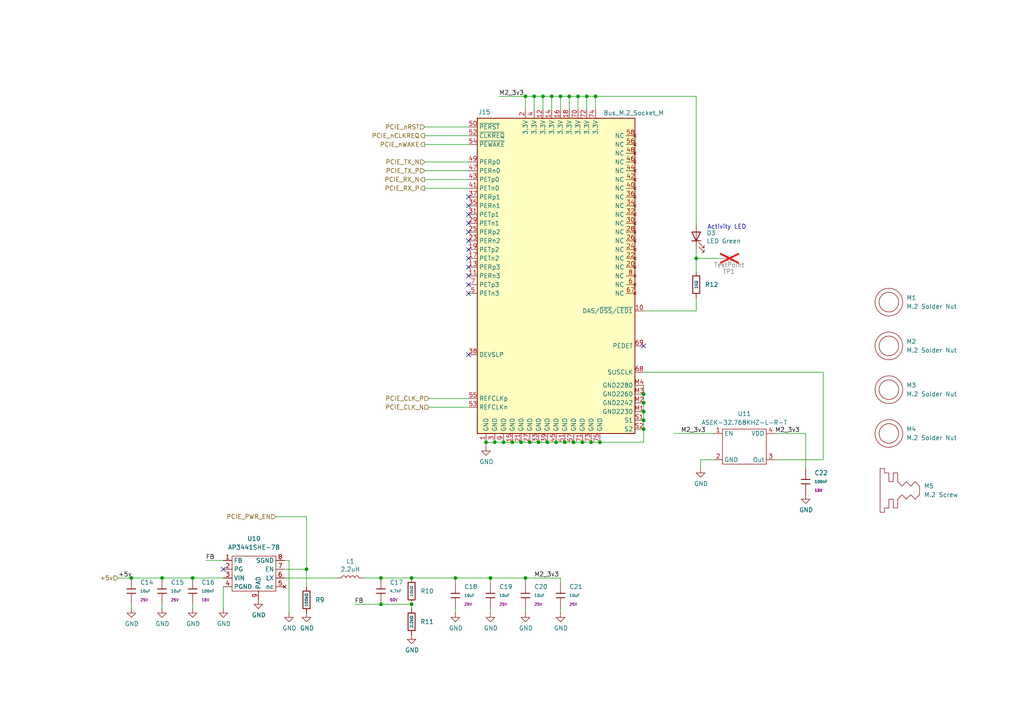
<source format=kicad_sch>
(kicad_sch (version 20250114) (generator "eeschema") (generator_version "9.0")
  (paper "A4")
  (title_block (title "PCIE Highspeed Data") (rev "1") (company "Maxwell Stoughton") (comment 1 "mstoughton.org"))
  (lib_symbols
    (symbol "CM5IO:AP3441SHE-7B"
      (property "Reference" "U" (at -6.35 10.16 0))
      (property "Value" "AP3441SHE-7B" (at 0 7.62 0))
      (symbol "AP3441SHE-7B_0_1"
        (rectangle (start -6.35 6.35) (end 6.35 -3.81))
      )
      (symbol "AP3441SHE-7B_1_1"
        (pin passive line (at -8.89 5.08 0) (length 2.54) (name "FB") (number "1"))
        (pin open_collector line (at -8.89 2.54 0) (length 2.54) (name "PG") (number "2"))
        (pin power_in line (at -8.89 0 0) (length 2.54) (name "VIN") (number "3"))
        (pin power_in line (at -8.89 -2.54 0) (length 2.54) (name "PGND") (number "4"))
        (pin input line (at 1.27 -6.35 90) (length 2.54) (name "PAD") (number "9"))
        (pin power_in line (at 8.89 5.08 180) (length 2.54) (name "SGND") (number "8"))
        (pin input line (at 8.89 2.54 180) (length 2.54) (name "EN") (number "7"))
        (pin power_out line (at 8.89 0 180) (length 2.54) (name "LX") (number "6"))
        (pin no_connect line (at 8.89 -2.54 180) (length 2.54) (name "nc") (number "5"))
      )
    )
    (symbol "CM5IO:ASEK-32.768KHZ-L-R-T"
      (property "Reference" "U11" (at 0 9.525 0))
      (property "Value" "ASEK-32.768KHZ-L-R-T" (at 0 6.985 0))
      (symbol "ASEK-32.768KHZ-L-R-T_0_1"
        (rectangle (start -6.35 5.08) (end 6.35 -5.08))
      )
      (symbol "ASEK-32.768KHZ-L-R-T_1_1"
        (pin input line (at -8.89 3.81 0) (length 2.54) (name "EN") (number "1"))
        (pin power_in line (at -8.89 -3.81 0) (length 2.54) (name "GND") (number "2"))
        (pin passive line (at 8.89 3.81 180) (length 2.54) (name "VDD") (number "4"))
        (pin output line (at 8.89 -3.81 180) (length 2.54) (name "Out") (number "3"))
      )
    )
    (symbol "CM5IO:Bus_M.2_Socket_M"
      (property "Reference" "J15" (at -22.606 47.498 0))
      (property "Value" "Bus_M.2_Socket_M" (at 13.716 47.244 0))
      (symbol "Bus_M.2_Socket_M_0_1"
        (rectangle (start -22.86 45.72) (end 22.86 -45.72) (stroke (width 0.254)) (fill (type background)))
      )
      (symbol "Bus_M.2_Socket_M_1_1"
        (pin input line (at -25.4 43.18 0) (length 2.54) (name "~{PERST}") (number "50"))
        (pin bidirectional line (at -25.4 40.64 0) (length 2.54) (name "~{CLKREQ}") (number "52"))
        (pin bidirectional line (at -25.4 38.1 0) (length 2.54) (name "~{PEWAKE}") (number "54"))
        (pin input line (at -25.4 33.02 0) (length 2.54) (name "PERp0") (number "49"))
        (pin input line (at -25.4 30.48 0) (length 2.54) (name "PERn0") (number "47"))
        (pin output line (at -25.4 27.94 0) (length 2.54) (name "PETp0") (number "43"))
        (pin output line (at -25.4 25.4 0) (length 2.54) (name "PETn0") (number "41"))
        (pin input line (at -25.4 22.86 0) (length 2.54) (name "PERp1") (number "37"))
        (pin input line (at -25.4 20.32 0) (length 2.54) (name "PERn1") (number "35"))
        (pin output line (at -25.4 17.78 0) (length 2.54) (name "PETp1") (number "31"))
        (pin output line (at -25.4 15.24 0) (length 2.54) (name "PETn1") (number "29"))
        (pin input line (at -25.4 12.7 0) (length 2.54) (name "PERp2") (number "25"))
        (pin input line (at -25.4 10.16 0) (length 2.54) (name "PERn2") (number "23"))
        (pin output line (at -25.4 7.62 0) (length 2.54) (name "PETp2") (number "19"))
        (pin output line (at -25.4 5.08 0) (length 2.54) (name "PETn2") (number "17"))
        (pin input line (at -25.4 2.54 0) (length 2.54) (name "PERp3") (number "13"))
        (pin input line (at -25.4 0 0) (length 2.54) (name "PERn3") (number "11"))
        (pin output line (at -25.4 -2.54 0) (length 2.54) (name "PETp3") (number "7"))
        (pin output line (at -25.4 -5.08 0) (length 2.54) (name "PETn3") (number "5"))
        (pin input line (at -25.4 -22.86 0) (length 2.54) (name "DEVSLP") (number "38"))
        (pin input line (at -25.4 -35.56 0) (length 2.54) (name "REFCLKp") (number "55"))
        (pin input line (at -25.4 -38.1 0) (length 2.54) (name "REFCLKn") (number "53"))
        (pin power_in line (at -20.32 -48.26 90) (length 2.54) (name "GND") (number "1"))
        (pin power_in line (at -17.78 -48.26 90) (length 2.54) (name "GND") (number "3"))
        (pin power_in line (at -15.24 -48.26 90) (length 2.54) (name "GND") (number "9"))
        (pin power_in line (at -12.7 -48.26 90) (length 2.54) (name "GND") (number "15"))
        (pin power_in line (at -10.16 -48.26 90) (length 2.54) (name "GND") (number "21"))
        (pin passive line (at -8.89 48.26 270) (length 2.54) (name "3.3V") (number "2"))
        (pin power_in line (at -7.62 -48.26 90) (length 2.54) (name "GND") (number "27"))
        (pin passive line (at -6.35 48.26 270) (length 2.54) (name "3.3V") (number "4"))
        (pin power_in line (at -5.08 -48.26 90) (length 2.54) (name "GND") (number "33"))
        (pin passive line (at -3.81 48.26 270) (length 2.54) (name "3.3V") (number "12"))
        (pin power_in line (at -2.54 -48.26 90) (length 2.54) (name "GND") (number "39"))
        (pin passive line (at -1.27 48.26 270) (length 2.54) (name "3.3V") (number "14"))
        (pin power_in line (at 0 -48.26 90) (length 2.54) (name "GND") (number "45"))
        (pin passive line (at 1.27 48.26 270) (length 2.54) (name "3.3V") (number "16"))
        (pin power_in line (at 2.54 -48.26 90) (length 2.54) (name "GND") (number "51"))
        (pin passive line (at 3.81 48.26 270) (length 2.54) (name "3.3V") (number "18"))
        (pin power_in line (at 5.08 -48.26 90) (length 2.54) (name "GND") (number "57"))
        (pin passive line (at 6.35 48.26 270) (length 2.54) (name "3.3V") (number "70"))
        (pin power_in line (at 7.62 -48.26 90) (length 2.54) (name "GND") (number "71"))
        (pin passive line (at 8.89 48.26 270) (length 2.54) (name "3.3V") (number "72"))
        (pin power_in line (at 10.16 -48.26 90) (length 2.54) (name "GND") (number "73"))
        (pin passive line (at 11.43 48.26 270) (length 2.54) (name "3.3V") (number "74"))
        (pin power_in line (at 12.7 -48.26 90) (length 2.54) (name "GND") (number "75"))
        (pin no_connect line (at 22.86 40.64 180) (length 2.54) (name "NC") (number "58"))
        (pin no_connect line (at 22.86 38.1 180) (length 2.54) (name "NC") (number "56"))
        (pin no_connect line (at 22.86 35.56 180) (length 2.54) (name "NC") (number "48"))
        (pin no_connect line (at 22.86 33.02 180) (length 2.54) (name "NC") (number "46"))
        (pin no_connect line (at 22.86 30.48 180) (length 2.54) (name "NC") (number "44"))
        (pin no_connect line (at 22.86 27.94 180) (length 2.54) (name "NC") (number "42"))
        (pin no_connect line (at 22.86 25.4 180) (length 2.54) (name "NC") (number "40"))
        (pin no_connect line (at 22.86 22.86 180) (length 2.54) (name "NC") (number "36"))
        (pin no_connect line (at 22.86 20.32 180) (length 2.54) (name "NC") (number "34"))
        (pin no_connect line (at 22.86 17.78 180) (length 2.54) (name "NC") (number "32"))
        (pin no_connect line (at 22.86 15.24 180) (length 2.54) (name "NC") (number "30"))
        (pin no_connect line (at 22.86 12.7 180) (length 2.54) (name "NC") (number "28"))
        (pin no_connect line (at 22.86 10.16 180) (length 2.54) (name "NC") (number "26"))
        (pin no_connect line (at 22.86 7.62 180) (length 2.54) (name "NC") (number "24"))
        (pin no_connect line (at 22.86 5.08 180) (length 2.54) (name "NC") (number "22"))
        (pin no_connect line (at 22.86 2.54 180) (length 2.54) (name "NC") (number "20"))
        (pin no_connect line (at 22.86 0 180) (length 2.54) (name "NC") (number "8"))
        (pin no_connect line (at 22.86 -2.54 180) (length 2.54) (name "NC") (number "6"))
        (pin no_connect line (at 22.86 -5.08 180) (length 2.54) (name "NC") (number "67"))
        (pin bidirectional line (at 25.4 -10.16 180) (length 2.54) (name "DAS/~{DSS}/~{LED1}") (number "10"))
        (pin passive line (at 25.4 -20.32 180) (length 2.54) (name "PEDET") (number "69"))
        (pin input line (at 25.4 -27.94 180) (length 2.54) (name "SUSCLK") (number "68"))
        (pin passive line (at 25.4 -31.75 180) (length 2.54) (name "GND2280") (number "M4"))
        (pin passive line (at 25.4 -34.29 180) (length 2.54) (name "GND2260") (number "M3"))
        (pin passive line (at 25.4 -36.83 180) (length 2.54) (name "GND2242") (number "M2"))
        (pin passive line (at 25.4 -39.37 180) (length 2.54) (name "GND2230") (number "M1"))
        (pin passive line (at 25.4 -41.91 180) (length 2.54) (name "S1") (number "S1"))
        (pin passive line (at 25.4 -44.45 180) (length 2.54) (name "S2") (number "S2"))
      )
    )
    (symbol "CM5IO:M.2_Screw" (pin_numbers (hide yes)) (pin_names (offset 0) (hide yes)) (on_board no)
      (property "Reference" "M" (at -0.254 -6.35 0))
      (property "Value" "M.2 Screw" (at 0.254 -8.636 0))
      (symbol "M.2_Screw_0_1"
        (polyline (pts (xy -5.08 0) (xy -5.08 -6.35) (xy -3.81 -6.35) (xy -3.81 -5.08) (xy -2.54 -5.08) (xy -2.54 -2.54) (xy -1.27 -2.54) (xy -1.27 -5.08) (xy 0 -5.08) (xy 0 -2.54) (xy 1.27 -1.27) (xy 2.54 -2.54) (xy 3.81 -1.27) (xy 5.08 -2.54) (xy 6.35 -1.27) (xy 6.35 1.27) (xy 5.08 2.54) (xy 3.81 1.27) (xy 2.54 2.54) (xy 1.27 1.27) (xy 0 2.54) (xy 0 5.08) (xy -1.27 5.08) (xy -1.27 2.54) (xy -2.54 2.54) (xy -2.54 5.08) (xy -3.81 5.08) (xy -3.81 6.35) (xy -5.08 6.35) (xy -5.08 0)))
      )
    )
    (symbol "CM5IO:SolderNut" (pin_numbers (hide yes)) (pin_names (offset 0) (hide yes)) (exclude_from_sim yes) (on_board no)
      (property "Reference" "M" (at -6.35 -3.556 0))
      (property "Value" "M.2 Solder Nut" (at 0.254 -5.842 0))
      (symbol "SolderNut_0_1"
        (circle (center 0 0) (radius 2.8398))
        (circle (center 0 0) (radius 4.0161))
      )
    )
    (symbol "Connector:TestPoint" (pin_numbers (hide yes)) (pin_names (offset 0.762) (hide yes))
      (property "Reference" "TP" (at 0 6.858 0))
      (property "Value" "TestPoint" (at 0 5.08 0))
      (symbol "TestPoint_0_1"
        (circle (center 0 3.302) (radius 0.762))
      )
      (symbol "TestPoint_1_1"
        (pin passive line (at 0 0 90) (length 2.54) (name "1") (number "1"))
      )
    )
    (symbol "Device:L" (pin_numbers (hide yes)) (pin_names (offset 1.016) (hide yes))
      (property "Reference" "L" (at -1.27 0 90))
      (property "Value" "L" (at 1.905 0 90))
      (symbol "L_0_1"
        (arc (start 0 2.54) (mid 0.6323 1.905) (end 0 1.27))
        (arc (start 0 1.27) (mid 0.6323 0.635) (end 0 0))
        (arc (start 0 0) (mid 0.6323 -0.635) (end 0 -1.27))
        (arc (start 0 -1.27) (mid 0.6323 -1.905) (end 0 -2.54))
      )
      (symbol "L_1_1"
        (pin passive line (at 0 3.81 270) (length 1.27) (name "1") (number "1"))
        (pin passive line (at 0 -3.81 90) (length 1.27) (name "2") (number "2"))
      )
    )
    (symbol "Device:LED" (pin_numbers (hide yes)) (pin_names (offset 1.016) (hide yes))
      (property "Reference" "D" (at 0 2.54 0))
      (property "Value" "LED" (at 0 -2.54 0))
      (symbol "LED_0_1"
        (polyline (pts (xy -3.048 -0.762) (xy -4.572 -2.286) (xy -3.81 -2.286) (xy -4.572 -2.286) (xy -4.572 -1.524)))
        (polyline (pts (xy -1.778 -0.762) (xy -3.302 -2.286) (xy -2.54 -2.286) (xy -3.302 -2.286) (xy -3.302 -1.524)))
        (polyline (pts (xy -1.27 0) (xy 1.27 0)))
        (polyline (pts (xy -1.27 -1.27) (xy -1.27 1.27)) (stroke (width 0.254)))
        (polyline (pts (xy 1.27 -1.27) (xy 1.27 1.27) (xy -1.27 0) (xy 1.27 -1.27)) (stroke (width 0.254)))
      )
      (symbol "LED_1_1"
        (pin passive line (at -3.81 0 0) (length 2.54) (name "K") (number "1"))
        (pin passive line (at 3.81 0 180) (length 2.54) (name "A") (number "2"))
      )
    )
    (symbol "PCM_JLCPCB-Capacitors:0402,100nF" (pin_numbers (hide yes)) (pin_names (offset 0))
      (property "Reference" "C" (at 2.032 1.668 0))
      (property "Value" "100nF" (at 2.032 -0.3782 0))
      (property "Voltage Rated" "16V" (at 2.032 -2.0462 0))
      (symbol "0402,100nF_0_1"
        (polyline (pts (xy -1.27 0.635) (xy 1.27 0.635)) (stroke (width 0.254)))
        (polyline (pts (xy -1.27 -0.635) (xy 1.27 -0.635)) (stroke (width 0.254)))
      )
      (symbol "0402,100nF_1_1"
        (pin passive line (at 0 3.81 270) (length 3.175) (name "~") (number "1"))
        (pin passive line (at 0 -3.81 90) (length 3.175) (name "~") (number "2"))
      )
    )
    (symbol "PCM_JLCPCB-Capacitors:0402,4.7nF" (pin_numbers (hide yes)) (pin_names (offset 0))
      (property "Reference" "C" (at 2.032 1.668 0))
      (property "Value" "4.7nF" (at 2.032 -0.3782 0))
      (property "Voltage Rated" "50V" (at 2.032 -2.0462 0))
      (symbol "0402,4.7nF_0_1"
        (polyline (pts (xy -1.27 0.635) (xy 1.27 0.635)) (stroke (width 0.254)))
        (polyline (pts (xy -1.27 -0.635) (xy 1.27 -0.635)) (stroke (width 0.254)))
      )
      (symbol "0402,4.7nF_1_1"
        (pin passive line (at 0 3.81 270) (length 3.175) (name "~") (number "1"))
        (pin passive line (at 0 -3.81 90) (length 3.175) (name "~") (number "2"))
      )
    )
    (symbol "PCM_JLCPCB-Capacitors:0805,10uF" (pin_numbers (hide yes)) (pin_names (offset 0))
      (property "Reference" "C" (at 2.032 1.668 0))
      (property "Value" "10uF" (at 2.032 -0.3782 0))
      (property "Voltage Rated" "25V" (at 2.032 -2.0462 0))
      (symbol "0805,10uF_0_1"
        (polyline (pts (xy -1.27 0.635) (xy 1.27 0.635)) (stroke (width 0.254)))
        (polyline (pts (xy -1.27 -0.635) (xy 1.27 -0.635)) (stroke (width 0.254)))
      )
      (symbol "0805,10uF_1_1"
        (pin passive line (at 0 3.81 270) (length 3.175) (name "~") (number "1"))
        (pin passive line (at 0 -3.81 90) (length 3.175) (name "~") (number "2"))
      )
    )
    (symbol "PCM_JLCPCB-Resistors:0402,100kΩ" (pin_numbers (hide yes)) (pin_names (offset 0))
      (property "Reference" "R" (at 1.778 0 0))
      (property "Value" "100kΩ" (at 0 0 90))
      (symbol "0402,100kΩ_0_1"
        (rectangle (start -1.016 2.54) (end 1.016 -2.54) (stroke (width 0.254)))
      )
      (symbol "0402,100kΩ_1_1"
        (pin passive line (at 0 3.81 270) (length 1.27) (name "~") (number "1"))
        (pin passive line (at 0 -3.81 90) (length 1.27) (name "~") (number "2"))
      )
    )
    (symbol "PCM_JLCPCB-Resistors:0402,10kΩ" (pin_numbers (hide yes)) (pin_names (offset 0))
      (property "Reference" "R" (at 1.778 0 0))
      (property "Value" "10kΩ" (at 0 0 90))
      (symbol "0402,10kΩ_0_1"
        (rectangle (start -1.016 2.54) (end 1.016 -2.54) (stroke (width 0.254)))
      )
      (symbol "0402,10kΩ_1_1"
        (pin passive line (at 0 3.81 270) (length 1.27) (name "~") (number "1"))
        (pin passive line (at 0 -3.81 90) (length 1.27) (name "~") (number "2"))
      )
    )
    (symbol "PCM_JLCPCB-Resistors:0402,1kΩ" (pin_numbers (hide yes)) (pin_names (offset 0))
      (property "Reference" "R" (at 1.778 0 0))
      (property "Value" "1kΩ" (at 0 0 90))
      (symbol "0402,1kΩ_0_1"
        (rectangle (start -1.016 2.54) (end 1.016 -2.54) (stroke (width 0.254)))
      )
      (symbol "0402,1kΩ_1_1"
        (pin passive line (at 0 3.81 270) (length 1.27) (name "~") (number "1"))
        (pin passive line (at 0 -3.81 90) (length 1.27) (name "~") (number "2"))
      )
    )
    (symbol "PCM_JLCPCB-Resistors:0402,2.2kΩ" (pin_numbers (hide yes)) (pin_names (offset 0))
      (property "Reference" "R" (at 1.778 0 0))
      (property "Value" "2.2kΩ" (at 0 0 90))
      (symbol "0402,2.2kΩ_0_1"
        (rectangle (start -1.016 2.54) (end 1.016 -2.54) (stroke (width 0.254)))
      )
      (symbol "0402,2.2kΩ_1_1"
        (pin passive line (at 0 3.81 270) (length 1.27) (name "~") (number "1"))
        (pin passive line (at 0 -3.81 90) (length 1.27) (name "~") (number "2"))
      )
    )
    (symbol "power:GND" (power) (pin_numbers (hide yes)) (pin_names (offset 0) (hide yes))
      (property "Value" "GND" (at 0 -3.81 0))
      (symbol "GND_0_1"
        (polyline (pts (xy 0 0) (xy 0 -1.27) (xy 1.27 -1.27) (xy 0 -2.54) (xy -1.27 -1.27) (xy 0 -1.27)))
      )
      (symbol "GND_1_1"
        (pin power_in line (at 0 0 270) (length 0) (name "~") (number "1"))
      )
    )
  )
  (text "Activity LED" (at 205.105 66.675 0) (effects (font (size 1.27 1.27)) (justify left bottom)))
  (junction (at 156.21 128.27))
  (junction (at 170.18 27.94))
  (junction (at 110.49 175.26))
  (junction (at 143.51 128.27))
  (junction (at 171.45 128.27))
  (junction (at 165.1 27.94))
  (junction (at 158.75 128.27))
  (junction (at 153.67 128.27))
  (junction (at 173.99 128.27))
  (junction (at 55.88 167.64))
  (junction (at 132.08 167.64))
  (junction (at 88.9 165.1))
  (junction (at 154.94 27.94))
  (junction (at 142.24 167.64))
  (junction (at 186.69 121.92))
  (junction (at 186.69 116.84))
  (junction (at 38.1 167.64))
  (junction (at 119.38 175.26))
  (junction (at 166.37 128.27))
  (junction (at 146.05 128.27))
  (junction (at 152.4 27.94))
  (junction (at 46.99 167.64))
  (junction (at 163.83 128.27))
  (junction (at 148.59 128.27))
  (junction (at 119.38 167.64))
  (junction (at 167.64 27.94))
  (junction (at 161.29 128.27))
  (junction (at 186.69 124.46))
  (junction (at 186.69 114.3))
  (junction (at 140.97 128.27))
  (junction (at 160.02 27.94))
  (junction (at 162.56 27.94))
  (junction (at 186.69 119.38))
  (junction (at 110.49 167.64))
  (junction (at 201.93 74.93))
  (junction (at 152.4 167.64))
  (junction (at 172.72 27.94))
  (junction (at 151.13 128.27))
  (junction (at 168.91 128.27))
  (junction (at 157.48 27.94))
  (no_connect (at 64.77 165.1))
  (no_connect (at 135.89 80.01))
  (no_connect (at 135.89 85.09))
  (no_connect (at 135.89 72.39))
  (no_connect (at 135.89 82.55))
  (no_connect (at 135.89 57.15))
  (no_connect (at 135.89 102.87))
  (no_connect (at 135.89 77.47))
  (no_connect (at 186.69 100.33))
  (no_connect (at 135.89 67.31))
  (no_connect (at 135.89 62.23))
  (no_connect (at 135.89 74.93))
  (no_connect (at 135.89 69.85))
  (no_connect (at 135.89 64.77))
  (no_connect (at 135.89 59.69))
  (wire (pts (xy 186.69 124.46) (xy 186.69 128.27)))
  (wire (pts (xy 140.97 128.27) (xy 143.51 128.27)))
  (wire (pts (xy 167.64 27.94) (xy 170.18 27.94)))
  (wire (pts (xy 162.56 27.94) (xy 162.56 31.75)))
  (wire (pts (xy 195.58 125.73) (xy 207.01 125.73)))
  (wire (pts (xy 201.93 27.94) (xy 201.93 64.77)))
  (wire (pts (xy 105.41 167.64) (xy 110.49 167.64)))
  (wire (pts (xy 152.4 27.94) (xy 154.94 27.94)))
  (wire (pts (xy 173.99 128.27) (xy 171.45 128.27)))
  (wire (pts (xy 123.19 52.07) (xy 135.89 52.07)))
  (wire (pts (xy 142.24 167.64) (xy 152.4 167.64)))
  (wire (pts (xy 88.9 165.1) (xy 88.9 170.18)))
  (wire (pts (xy 152.4 167.64) (xy 162.56 167.64)))
  (wire (pts (xy 124.46 115.57) (xy 135.89 115.57)))
  (wire (pts (xy 59.69 162.56) (xy 64.77 162.56)))
  (wire (pts (xy 135.89 46.99) (xy 123.19 46.99)))
  (wire (pts (xy 156.21 128.27) (xy 153.67 128.27)))
  (wire (pts (xy 55.88 175.26) (xy 55.88 176.53)))
  (wire (pts (xy 154.94 27.94) (xy 157.48 27.94)))
  (wire (pts (xy 186.69 119.38) (xy 186.69 121.92)))
  (wire (pts (xy 186.69 121.92) (xy 186.69 124.46)))
  (wire (pts (xy 165.1 27.94) (xy 165.1 31.75)))
  (wire (pts (xy 123.19 54.61) (xy 135.89 54.61)))
  (wire (pts (xy 171.45 128.27) (xy 168.91 128.27)))
  (wire (pts (xy 123.19 49.53) (xy 135.89 49.53)))
  (wire (pts (xy 34.29 167.64) (xy 38.1 167.64)))
  (wire (pts (xy 201.93 90.17) (xy 201.93 86.36)))
  (wire (pts (xy 172.72 27.94) (xy 201.93 27.94)))
  (wire (pts (xy 82.55 165.1) (xy 88.9 165.1)))
  (wire (pts (xy 132.08 167.64) (xy 142.24 167.64)))
  (wire (pts (xy 186.69 116.84) (xy 186.69 119.38)))
  (wire (pts (xy 55.88 167.64) (xy 64.77 167.64)))
  (wire (pts (xy 167.64 27.94) (xy 167.64 31.75)))
  (wire (pts (xy 186.69 114.3) (xy 186.69 116.84)))
  (wire (pts (xy 152.4 167.64) (xy 152.4 168.91)))
  (wire (pts (xy 186.69 128.27) (xy 173.99 128.27)))
  (wire (pts (xy 168.91 128.27) (xy 166.37 128.27)))
  (wire (pts (xy 110.49 167.64) (xy 119.38 167.64)))
  (wire (pts (xy 152.4 176.53) (xy 152.4 177.8)))
  (wire (pts (xy 158.75 128.27) (xy 161.29 128.27)))
  (wire (pts (xy 166.37 128.27) (xy 163.83 128.27)))
  (wire (pts (xy 170.18 27.94) (xy 172.72 27.94)))
  (wire (pts (xy 82.55 167.64) (xy 97.79 167.64)))
  (wire (pts (xy 201.93 74.93) (xy 208.28 74.93)))
  (wire (pts (xy 238.76 133.35) (xy 224.79 133.35)))
  (wire (pts (xy 157.48 27.94) (xy 160.02 27.94)))
  (wire (pts (xy 203.2 135.89) (xy 203.2 133.35)))
  (wire (pts (xy 157.48 27.94) (xy 157.48 31.75)))
  (wire (pts (xy 186.69 111.76) (xy 186.69 114.3)))
  (wire (pts (xy 152.4 27.94) (xy 152.4 31.75)))
  (wire (pts (xy 38.1 167.64) (xy 46.99 167.64)))
  (wire (pts (xy 46.99 167.64) (xy 55.88 167.64)))
  (wire (pts (xy 119.38 167.64) (xy 132.08 167.64)))
  (wire (pts (xy 88.9 149.86) (xy 88.9 165.1)))
  (wire (pts (xy 172.72 27.94) (xy 172.72 31.75)))
  (wire (pts (xy 124.46 118.11) (xy 135.89 118.11)))
  (wire (pts (xy 102.87 175.26) (xy 110.49 175.26)))
  (wire (pts (xy 123.19 39.37) (xy 135.89 39.37)))
  (wire (pts (xy 38.1 175.26) (xy 38.1 176.53)))
  (wire (pts (xy 123.19 41.91) (xy 135.89 41.91)))
  (wire (pts (xy 132.08 168.91) (xy 132.08 167.64)))
  (wire (pts (xy 146.05 128.27) (xy 143.51 128.27)))
  (wire (pts (xy 110.49 175.26) (xy 119.38 175.26)))
  (wire (pts (xy 82.55 162.56) (xy 83.82 162.56)))
  (wire (pts (xy 140.97 128.27) (xy 140.97 129.54)))
  (wire (pts (xy 148.59 128.27) (xy 151.13 128.27)))
  (wire (pts (xy 186.69 90.17) (xy 201.93 90.17)))
  (wire (pts (xy 144.78 27.94) (xy 152.4 27.94)))
  (wire (pts (xy 162.56 27.94) (xy 165.1 27.94)))
  (wire (pts (xy 186.69 107.95) (xy 238.76 107.95)))
  (wire (pts (xy 233.68 125.73) (xy 224.79 125.73)))
  (wire (pts (xy 142.24 167.64) (xy 142.24 168.91)))
  (wire (pts (xy 163.83 128.27) (xy 161.29 128.27)))
  (wire (pts (xy 80.01 149.86) (xy 88.9 149.86)))
  (wire (pts (xy 46.99 175.26) (xy 46.99 176.53)))
  (wire (pts (xy 151.13 128.27) (xy 153.67 128.27)))
  (wire (pts (xy 156.21 128.27) (xy 158.75 128.27)))
  (wire (pts (xy 132.08 177.8) (xy 132.08 176.53)))
  (wire (pts (xy 201.93 74.93) (xy 201.93 78.74)))
  (wire (pts (xy 160.02 27.94) (xy 160.02 31.75)))
  (wire (pts (xy 201.93 74.93) (xy 201.93 72.39)))
  (wire (pts (xy 162.56 176.53) (xy 162.56 177.8)))
  (wire (pts (xy 203.2 133.35) (xy 207.01 133.35)))
  (wire (pts (xy 233.68 135.89) (xy 233.68 125.73)))
  (wire (pts (xy 64.77 176.53) (xy 64.77 170.18)))
  (wire (pts (xy 162.56 167.64) (xy 162.56 168.91)))
  (wire (pts (xy 154.94 27.94) (xy 154.94 31.75)))
  (wire (pts (xy 142.24 176.53) (xy 142.24 177.8)))
  (wire (pts (xy 165.1 27.94) (xy 167.64 27.94)))
  (wire (pts (xy 119.38 176.53) (xy 119.38 175.26)))
  (wire (pts (xy 146.05 128.27) (xy 148.59 128.27)))
  (wire (pts (xy 123.19 36.83) (xy 135.89 36.83)))
  (wire (pts (xy 160.02 27.94) (xy 162.56 27.94)))
  (wire (pts (xy 170.18 27.94) (xy 170.18 31.75)))
  (wire (pts (xy 238.76 107.95) (xy 238.76 133.35)))
  (wire (pts (xy 83.82 162.56) (xy 83.82 177.8)))
  (label "M2_3v3" (at 154.94 167.64 0))
  (label "+5v" (at 34.29 167.64 0))
  (label "FB" (at 59.69 162.56 0))
  (label "M2_3v3" (at 224.79 125.73 0))
  (label "M2_3v3" (at 197.485 125.73 0))
  (label "M2_3v3" (at 144.78 27.94 0))
  (label "FB" (at 102.87 175.26 0))
  (hierarchical_label "PCIE_RX_N" (shape output) (at 123.19 52.07 180))
  (hierarchical_label "PCIE_CLK_N" (shape input) (at 124.46 118.11 180))
  (hierarchical_label "PCIE_TX_P" (shape input) (at 123.19 49.53 180))
  (hierarchical_label "PCIE_nCLKREQ" (shape output) (at 123.19 39.37 180))
  (hierarchical_label "PCIE_RX_P" (shape output) (at 123.19 54.61 180))
  (hierarchical_label "PCIE_PWR_EN" (shape input) (at 80.01 149.86 180))
  (hierarchical_label "PCIE_nWAKE" (shape output) (at 123.19 41.91 180))
  (hierarchical_label "PCIE_TX_N" (shape input) (at 123.19 46.99 180))
  (hierarchical_label "PCIE_nRST" (shape input) (at 123.19 36.83 180))
  (hierarchical_label "+5v" (shape input) (at 34.29 167.64 180))
  (hierarchical_label "PCIE_CLK_P" (shape input) (at 124.46 115.57 180))
  (symbol (lib_id "Device:LED") (at 201.93 68.58 90) (unit 1)
    (property "Reference" "D3" (at 204.9018 67.5894 90) (effects (justify right)))
    (property "Value" "LED Green" (at 204.9018 69.9008 90) (effects (justify right)))
    (property "Footprint" "LED_SMD:LED_0603_1608Metric" (effects (hide yes)))
    (property "Datasheet" "http://optoelectronics.liteon.com/upload/download/DS22-2000-226/LTST-S270KGKT.pdf" (effects (hide yes)))
    (property "Field4" "Digikey " (effects (hide yes)))
    (property "Field5" "LTST-S270KGKT" (effects (hide yes)))
    (property "Field6" "SML-A12M8TT86N" (effects (hide yes)))
    (property "Field7" "Rohm" (effects (hide yes)))
    (property "Field8" "650263301" (effects (hide yes)))
    (property "Part Description" "	Green 572nm LED Indication - Discrete 2.2V 2-SMD, No Lead" (effects (hide yes)))
  )
  (symbol (lib_id "PCM_JLCPCB-Resistors:0402,2.2kΩ") (at 119.38 180.34 0) (unit 1)
    (property "Reference" "R11" (at 121.92 180.3399 0) (effects (justify left)))
    (property "Value" "2.2kΩ" (at 119.38 180.34 90) (effects (font (size 0.8 0.8))))
    (property "Footprint" "PCM_JLCPCB:R_0402" (effects (hide yes)))
    (property "Datasheet" "https://www.lcsc.com/datasheet/lcsc_datasheet_2206010045_UNI-ROYAL-Uniroyal-Elec-0402WGF2201TCE_C25879.pdf" (effects (hide yes)))
    (property "Description" "62.5mW Thick Film Resistors 50V ±100ppm/°C ±1% 2.2kΩ 0402 Chip Resistor - Surface Mount ROHS" (effects (hide yes)))
    (property "LCSC" "C25879" (effects (hide yes)))
    (property "Stock" "2811503" (effects (hide yes)))
    (property "Price" "0.004USD" (effects (hide yes)))
    (property "Process" "SMT" (effects (hide yes)))
    (property "Minimum Qty" "20" (effects (hide yes)))
    (property "Attrition Qty" "10" (effects (hide yes)))
    (property "Class" "Basic Component" (effects (hide yes)))
    (property "Category" "Resistors,Chip Resistor - Surface Mount" (effects (hide yes)))
    (property "Manufacturer" "UNI-ROYAL(Uniroyal Elec)" (effects (hide yes)))
    (property "Part" "0402WGF2201TCE" (effects (hide yes)))
    (property "Resistance" "2.2kΩ" (effects (hide yes)))
    (property "Power(Watts)" "62.5mW" (effects (hide yes)))
    (property "Type" "Thick Film Resistors" (effects (hide yes)))
    (property "Overload Voltage (Max)" "50V" (effects (hide yes)))
    (property "Operating Temperature Range" "-55°C~+155°C" (effects (hide yes)))
    (property "Tolerance" "±1%" (effects (hide yes)))
    (property "Temperature Coefficient" "±100ppm/°C" (effects (hide yes)))
  )
  (symbol (lib_id "power:GND") (at 152.4 177.8 0) (unit 1)
    (property "Reference" "#PWR052" (effects (hide yes)))
    (property "Value" "GND" (at 152.527 182.1942 0))
    (property "Description" "Power symbol creates a global label with name \"GND\" , ground" (effects (hide yes)))
  )
  (symbol (lib_id "PCM_JLCPCB-Resistors:0402,1kΩ") (at 201.93 82.55 0) (unit 1)
    (property "Reference" "R12" (at 204.47 82.5499 0) (effects (justify left)))
    (property "Value" "1kΩ" (at 201.93 82.55 90) (effects (font (size 0.8 0.8))))
    (property "Footprint" "PCM_JLCPCB:R_0402" (effects (hide yes)))
    (property "Datasheet" "https://www.lcsc.com/datasheet/lcsc_datasheet_2206010216_UNI-ROYAL-Uniroyal-Elec-0402WGF1001TCE_C11702.pdf" (effects (hide yes)))
    (property "Description" "62.5mW Thick Film Resistors 50V ±100ppm/°C ±1% 1kΩ 0402 Chip Resistor - Surface Mount ROHS" (effects (hide yes)))
    (property "LCSC" "C11702" (effects (hide yes)))
    (property "Stock" "13195325" (effects (hide yes)))
    (property "Price" "0.004USD" (effects (hide yes)))
    (property "Process" "SMT" (effects (hide yes)))
    (property "Minimum Qty" "20" (effects (hide yes)))
    (property "Attrition Qty" "10" (effects (hide yes)))
    (property "Class" "Basic Component" (effects (hide yes)))
    (property "Category" "Resistors,Chip Resistor - Surface Mount" (effects (hide yes)))
    (property "Manufacturer" "UNI-ROYAL(Uniroyal Elec)" (effects (hide yes)))
    (property "Part" "0402WGF1001TCE" (effects (hide yes)))
    (property "Resistance" "1kΩ" (effects (hide yes)))
    (property "Power(Watts)" "62.5mW" (effects (hide yes)))
    (property "Type" "Thick Film Resistors" (effects (hide yes)))
    (property "Overload Voltage (Max)" "50V" (effects (hide yes)))
    (property "Operating Temperature Range" "-55°C~+155°C" (effects (hide yes)))
    (property "Tolerance" "±1%" (effects (hide yes)))
    (property "Temperature Coefficient" "±100ppm/°C" (effects (hide yes)))
  )
  (symbol (lib_id "Connector:TestPoint") (at 208.28 74.93 270) (unit 1) (in_bom no) (dnp yes)
    (property "Reference" "TP1" (at 209.55 78.74 90) (effects (justify left)))
    (property "Value" "TestPoint" (at 207.01 76.835 90) (effects (justify left)))
    (property "Footprint" "TestPoint:TestPoint_Pad_2.0x2.0mm" (effects (hide yes)))
    (property "Field4" "nf" (effects (hide yes)))
    (property "Field5" "nf" (effects (hide yes)))
    (property "Field6" "nf" (effects (hide yes)))
    (property "Field7" "nf" (effects (hide yes)))
    (property "Part Description" "Test point" (effects (hide yes)))
  )
  (symbol (lib_id "PCM_JLCPCB-Capacitors:0805,10uF") (at 132.08 172.72 0) (unit 1)
    (property "Reference" "C18" (at 134.62 170.1799 0) (effects (justify left)))
    (property "Value" "10uF" (at 134.62 172.72 0) (effects (font (size 0.8 0.8)) (justify left)))
    (property "Footprint" "PCM_JLCPCB:C_0805" (effects (hide yes)))
    (property "Datasheet" "https://www.lcsc.com/datasheet/lcsc_datasheet_2304140030_Samsung-Electro-Mechanics-CL21A106KAYNNNE_C15850.pdf" (effects (hide yes)))
    (property "Description" "25V 10uF X5R ±10% 0805 Multilayer Ceramic Capacitors MLCC - SMD/SMT ROHS" (effects (hide yes)))
    (property "LCSC" "C15850" (effects (hide yes)))
    (property "Stock" "6572470" (effects (hide yes)))
    (property "Price" "0.013USD" (effects (hide yes)))
    (property "Process" "SMT" (effects (hide yes)))
    (property "Minimum Qty" "20" (effects (hide yes)))
    (property "Attrition Qty" "10" (effects (hide yes)))
    (property "Class" "Basic Component" (effects (hide yes)))
    (property "Category" "Capacitors,Multilayer Ceramic Capacitors MLCC - SMD/SMT" (effects (hide yes)))
    (property "Manufacturer" "Samsung Electro-Mechanics" (effects (hide yes)))
    (property "Part" "CL21A106KAYNNNE" (effects (hide yes)))
    (property "Voltage Rated" "25V" (at 134.62 175.26 0) (effects (font (size 0.8 0.8)) (justify left)))
    (property "Tolerance" "±10%" (effects (hide yes)))
    (property "Capacitance" "10uF" (effects (hide yes)))
    (property "Temperature Coefficient" "X5R" (effects (hide yes)))
  )
  (symbol (lib_id "PCM_JLCPCB-Capacitors:0805,10uF") (at 162.56 172.72 0) (unit 1)
    (property "Reference" "C21" (at 165.1 170.1799 0) (effects (justify left)))
    (property "Value" "10uF" (at 165.1 172.72 0) (effects (font (size 0.8 0.8)) (justify left)))
    (property "Footprint" "PCM_JLCPCB:C_0805" (effects (hide yes)))
    (property "Datasheet" "https://www.lcsc.com/datasheet/lcsc_datasheet_2304140030_Samsung-Electro-Mechanics-CL21A106KAYNNNE_C15850.pdf" (effects (hide yes)))
    (property "Description" "25V 10uF X5R ±10% 0805 Multilayer Ceramic Capacitors MLCC - SMD/SMT ROHS" (effects (hide yes)))
    (property "LCSC" "C15850" (effects (hide yes)))
    (property "Stock" "6572470" (effects (hide yes)))
    (property "Price" "0.013USD" (effects (hide yes)))
    (property "Process" "SMT" (effects (hide yes)))
    (property "Minimum Qty" "20" (effects (hide yes)))
    (property "Attrition Qty" "10" (effects (hide yes)))
    (property "Class" "Basic Component" (effects (hide yes)))
    (property "Category" "Capacitors,Multilayer Ceramic Capacitors MLCC - SMD/SMT" (effects (hide yes)))
    (property "Manufacturer" "Samsung Electro-Mechanics" (effects (hide yes)))
    (property "Part" "CL21A106KAYNNNE" (effects (hide yes)))
    (property "Voltage Rated" "25V" (at 165.1 175.26 0) (effects (font (size 0.8 0.8)) (justify left)))
    (property "Tolerance" "±10%" (effects (hide yes)))
    (property "Capacitance" "10uF" (effects (hide yes)))
    (property "Temperature Coefficient" "X5R" (effects (hide yes)))
  )
  (symbol (lib_id "power:GND") (at 46.99 176.53 0) (unit 1)
    (property "Reference" "#PWR042" (effects (hide yes)))
    (property "Value" "GND" (at 47.117 180.9242 0))
    (property "Description" "Power symbol creates a global label with name \"GND\" , ground" (effects (hide yes)))
  )
  (symbol (lib_id "PCM_JLCPCB-Capacitors:0805,10uF") (at 152.4 172.72 0) (unit 1)
    (property "Reference" "C20" (at 154.94 170.1799 0) (effects (justify left)))
    (property "Value" "10uF" (at 154.94 172.72 0) (effects (font (size 0.8 0.8)) (justify left)))
    (property "Footprint" "PCM_JLCPCB:C_0805" (effects (hide yes)))
    (property "Datasheet" "https://www.lcsc.com/datasheet/lcsc_datasheet_2304140030_Samsung-Electro-Mechanics-CL21A106KAYNNNE_C15850.pdf" (effects (hide yes)))
    (property "Description" "25V 10uF X5R ±10% 0805 Multilayer Ceramic Capacitors MLCC - SMD/SMT ROHS" (effects (hide yes)))
    (property "LCSC" "C15850" (effects (hide yes)))
    (property "Stock" "6572470" (effects (hide yes)))
    (property "Price" "0.013USD" (effects (hide yes)))
    (property "Process" "SMT" (effects (hide yes)))
    (property "Minimum Qty" "20" (effects (hide yes)))
    (property "Attrition Qty" "10" (effects (hide yes)))
    (property "Class" "Basic Component" (effects (hide yes)))
    (property "Category" "Capacitors,Multilayer Ceramic Capacitors MLCC - SMD/SMT" (effects (hide yes)))
    (property "Manufacturer" "Samsung Electro-Mechanics" (effects (hide yes)))
    (property "Part" "CL21A106KAYNNNE" (effects (hide yes)))
    (property "Voltage Rated" "25V" (at 154.94 175.26 0) (effects (font (size 0.8 0.8)) (justify left)))
    (property "Tolerance" "±10%" (effects (hide yes)))
    (property "Capacitance" "10uF" (effects (hide yes)))
    (property "Temperature Coefficient" "X5R" (effects (hide yes)))
  )
  (symbol (lib_id "power:GND") (at 140.97 129.54 0) (unit 1)
    (property "Reference" "#PWR050" (effects (hide yes)))
    (property "Value" "GND" (at 141.097 133.9342 0))
    (property "Description" "Power symbol creates a global label with name \"GND\" , ground" (effects (hide yes)))
  )
  (symbol (lib_id "power:GND") (at 162.56 177.8 0) (unit 1)
    (property "Reference" "#PWR053" (effects (hide yes)))
    (property "Value" "GND" (at 162.687 182.1942 0))
    (property "Description" "Power symbol creates a global label with name \"GND\" , ground" (effects (hide yes)))
  )
  (symbol (lib_id "CM5IO:SolderNut") (at 257.81 113.03 0) (unit 1) (exclude_from_sim yes) (on_board no)
    (property "Reference" "M3" (at 262.89 111.7599 0) (effects (justify left)))
    (property "Value" "M.2 Solder Nut" (at 262.89 114.2999 0) (effects (justify left)))
    (property "Part Description" "Solder nut for M.2 slot" (effects (hide yes)))
  )
  (symbol (lib_id "Device:L") (at 101.6 167.64 90) (unit 1)
    (property "Reference" "L1" (at 101.6 162.814 90))
    (property "Value" "2.2uH" (at 101.6 165.1254 90))
    (property "Footprint" "CM5IO:L_Bourns_SRP5030CC" (effects (hide yes)))
    (property "Datasheet" "https://www.bourns.com/docs/product-datasheets/srp5030cc.pdf" (effects (hide yes)))
    (property "Field6" "SRP5030CC-2R2M" (effects (hide yes)))
    (property "Field7" "Bourns" (effects (hide yes)))
    (property "Part Description" "Inductor, SMT, 2520, 2u2, IRMS=7A, ISAT=8A, DCR=0.032R" (effects (hide yes)))
    (property "Field5" "SRP5030CC-2R2M" (effects (hide yes)))
  )
  (symbol (lib_id "power:GND") (at 64.77 176.53 0) (unit 1)
    (property "Reference" "#PWR044" (effects (hide yes)))
    (property "Value" "GND" (at 64.897 180.9242 0))
    (property "Description" "Power symbol creates a global label with name \"GND\" , ground" (effects (hide yes)))
  )
  (symbol (lib_id "PCM_JLCPCB-Capacitors:0402,100nF") (at 55.88 171.45 0) (unit 1)
    (property "Reference" "C16" (at 58.42 168.9099 0) (effects (justify left)))
    (property "Value" "100nF" (at 58.42 171.45 0) (effects (font (size 0.8 0.8)) (justify left)))
    (property "Footprint" "PCM_JLCPCB:C_0402" (effects (hide yes)))
    (property "Datasheet" "https://www.lcsc.com/datasheet/lcsc_datasheet_2304140030_Samsung-Electro-Mechanics-CL05B104KO5NNNC_C1525.pdf" (effects (hide yes)))
    (property "Description" "16V 100nF X7R ±10% 0402 Multilayer Ceramic Capacitors MLCC - SMD/SMT ROHS" (effects (hide yes)))
    (property "LCSC" "C1525" (effects (hide yes)))
    (property "Stock" "17143248" (effects (hide yes)))
    (property "Price" "0.004USD" (effects (hide yes)))
    (property "Process" "SMT" (effects (hide yes)))
    (property "Minimum Qty" "20" (effects (hide yes)))
    (property "Attrition Qty" "10" (effects (hide yes)))
    (property "Class" "Basic Component" (effects (hide yes)))
    (property "Category" "Capacitors,Multilayer Ceramic Capacitors MLCC - SMD/SMT" (effects (hide yes)))
    (property "Manufacturer" "Samsung Electro-Mechanics" (effects (hide yes)))
    (property "Part" "CL05B104KO5NNNC" (effects (hide yes)))
    (property "Voltage Rated" "16V" (at 58.42 173.99 0) (effects (font (size 0.8 0.8)) (justify left)))
    (property "Tolerance" "±10%" (effects (hide yes)))
    (property "Capacitance" "100nF" (effects (hide yes)))
    (property "Temperature Coefficient" "X7R" (effects (hide yes)))
  )
  (symbol (lib_id "PCM_JLCPCB-Capacitors:0805,10uF") (at 38.1 171.45 0) (unit 1)
    (property "Reference" "C14" (at 40.64 168.9099 0) (effects (justify left)))
    (property "Value" "10uF" (at 40.64 171.45 0) (effects (font (size 0.8 0.8)) (justify left)))
    (property "Footprint" "PCM_JLCPCB:C_0805" (effects (hide yes)))
    (property "Datasheet" "https://www.lcsc.com/datasheet/lcsc_datasheet_2304140030_Samsung-Electro-Mechanics-CL21A106KAYNNNE_C15850.pdf" (effects (hide yes)))
    (property "Description" "25V 10uF X5R ±10% 0805 Multilayer Ceramic Capacitors MLCC - SMD/SMT ROHS" (effects (hide yes)))
    (property "LCSC" "C15850" (effects (hide yes)))
    (property "Stock" "6572470" (effects (hide yes)))
    (property "Price" "0.013USD" (effects (hide yes)))
    (property "Process" "SMT" (effects (hide yes)))
    (property "Minimum Qty" "20" (effects (hide yes)))
    (property "Attrition Qty" "10" (effects (hide yes)))
    (property "Class" "Basic Component" (effects (hide yes)))
    (property "Category" "Capacitors,Multilayer Ceramic Capacitors MLCC - SMD/SMT" (effects (hide yes)))
    (property "Manufacturer" "Samsung Electro-Mechanics" (effects (hide yes)))
    (property "Part" "CL21A106KAYNNNE" (effects (hide yes)))
    (property "Voltage Rated" "25V" (at 40.64 173.99 0) (effects (font (size 0.8 0.8)) (justify left)))
    (property "Tolerance" "±10%" (effects (hide yes)))
    (property "Capacitance" "10uF" (effects (hide yes)))
    (property "Temperature Coefficient" "X5R" (effects (hide yes)))
  )
  (symbol (lib_id "CM5IO:ASEK-32.768KHZ-L-R-T") (at 215.9 129.54 0) (unit 1)
    (property "Reference" "U11" (at 215.9 120.015 0))
    (property "Value" "ASEK-32.768KHZ-L-R-T" (at 215.9 122.555 0))
    (property "Footprint" "Crystal:Crystal_SMD_3225-4Pin_3.2x2.5mm" (effects (hide yes)))
    (property "Datasheet" "https://abracon.com/Oscillators/ASEK.pdf" (effects (hide yes)))
    (property "Field5" "ASEK-32.768KHZ-L-R-T" (effects (hide yes)))
    (property "Field6" "ASEK-32.768KHZ-L-R-T" (effects (hide yes)))
    (property "Field7" "abracon" (effects (hide yes)))
    (property "Part Description" "32KHz Xtal oscilator" (effects (hide yes)))
  )
  (symbol (lib_id "CM5IO:AP3441SHE-7B") (at 73.66 167.64 0) (unit 1)
    (property "Reference" "U10" (at 73.66 156.21 0))
    (property "Value" "AP3441SHE-7B" (at 73.66 158.75 0))
    (property "Footprint" "Package_DFN_QFN:DFN-8-1EP_2x2mm_P0.5mm_EP1.05x1.75mm" (effects (hide yes)))
    (property "Datasheet" "https://www.diodes.com/assets/Datasheets/AP3441-L.pdf" (effects (hide yes)))
    (property "Field5" "AP3441SHE-7B" (effects (hide yes)))
    (property "Field6" "AP3441SHE-7B" (effects (hide yes)))
    (property "Field7" "Diodes" (effects (hide yes)))
    (property "Part Description" "3A DC-DC converter" (effects (hide yes)))
  )
  (symbol (lib_id "PCM_JLCPCB-Capacitors:0805,10uF") (at 142.24 172.72 0) (unit 1)
    (property "Reference" "C19" (at 144.78 170.1799 0) (effects (justify left)))
    (property "Value" "10uF" (at 144.78 172.72 0) (effects (font (size 0.8 0.8)) (justify left)))
    (property "Footprint" "PCM_JLCPCB:C_0805" (effects (hide yes)))
    (property "Datasheet" "https://www.lcsc.com/datasheet/lcsc_datasheet_2304140030_Samsung-Electro-Mechanics-CL21A106KAYNNNE_C15850.pdf" (effects (hide yes)))
    (property "Description" "25V 10uF X5R ±10% 0805 Multilayer Ceramic Capacitors MLCC - SMD/SMT ROHS" (effects (hide yes)))
    (property "LCSC" "C15850" (effects (hide yes)))
    (property "Stock" "6572470" (effects (hide yes)))
    (property "Price" "0.013USD" (effects (hide yes)))
    (property "Process" "SMT" (effects (hide yes)))
    (property "Minimum Qty" "20" (effects (hide yes)))
    (property "Attrition Qty" "10" (effects (hide yes)))
    (property "Class" "Basic Component" (effects (hide yes)))
    (property "Category" "Capacitors,Multilayer Ceramic Capacitors MLCC - SMD/SMT" (effects (hide yes)))
    (property "Manufacturer" "Samsung Electro-Mechanics" (effects (hide yes)))
    (property "Part" "CL21A106KAYNNNE" (effects (hide yes)))
    (property "Voltage Rated" "25V" (at 144.78 175.26 0) (effects (font (size 0.8 0.8)) (justify left)))
    (property "Tolerance" "±10%" (effects (hide yes)))
    (property "Capacitance" "10uF" (effects (hide yes)))
    (property "Temperature Coefficient" "X5R" (effects (hide yes)))
  )
  (symbol (lib_id "PCM_JLCPCB-Capacitors:0402,100nF") (at 233.68 139.7 0) (unit 1)
    (property "Reference" "C22" (at 236.22 137.1599 0) (effects (justify left)))
    (property "Value" "100nF" (at 236.22 139.7 0) (effects (font (size 0.8 0.8)) (justify left)))
    (property "Footprint" "PCM_JLCPCB:C_0402" (effects (hide yes)))
    (property "Datasheet" "https://www.lcsc.com/datasheet/lcsc_datasheet_2304140030_Samsung-Electro-Mechanics-CL05B104KO5NNNC_C1525.pdf" (effects (hide yes)))
    (property "Description" "16V 100nF X7R ±10% 0402 Multilayer Ceramic Capacitors MLCC - SMD/SMT ROHS" (effects (hide yes)))
    (property "LCSC" "C1525" (effects (hide yes)))
    (property "Stock" "17143248" (effects (hide yes)))
    (property "Price" "0.004USD" (effects (hide yes)))
    (property "Process" "SMT" (effects (hide yes)))
    (property "Minimum Qty" "20" (effects (hide yes)))
    (property "Attrition Qty" "10" (effects (hide yes)))
    (property "Class" "Basic Component" (effects (hide yes)))
    (property "Category" "Capacitors,Multilayer Ceramic Capacitors MLCC - SMD/SMT" (effects (hide yes)))
    (property "Manufacturer" "Samsung Electro-Mechanics" (effects (hide yes)))
    (property "Part" "CL05B104KO5NNNC" (effects (hide yes)))
    (property "Voltage Rated" "16V" (at 236.22 142.24 0) (effects (font (size 0.8 0.8)) (justify left)))
    (property "Tolerance" "±10%" (effects (hide yes)))
    (property "Capacitance" "100nF" (effects (hide yes)))
    (property "Temperature Coefficient" "X7R" (effects (hide yes)))
  )
  (symbol (lib_id "power:GND") (at 38.1 176.53 0) (unit 1)
    (property "Reference" "#PWR041" (effects (hide yes)))
    (property "Value" "GND" (at 38.227 180.9242 0))
    (property "Description" "Power symbol creates a global label with name \"GND\" , ground" (effects (hide yes)))
  )
  (symbol (lib_id "PCM_JLCPCB-Resistors:0402,100kΩ") (at 88.9 173.99 0) (unit 1)
    (property "Reference" "R9" (at 91.44 173.9899 0) (effects (justify left)))
    (property "Value" "100kΩ" (at 88.9 173.99 90) (effects (font (size 0.8 0.8))))
    (property "Footprint" "PCM_JLCPCB:R_0402" (effects (hide yes)))
    (property "Datasheet" "https://www.lcsc.com/datasheet/lcsc_datasheet_2206010100_UNI-ROYAL-Uniroyal-Elec-0402WGF1003TCE_C25741.pdf" (effects (hide yes)))
    (property "Description" "62.5mW Thick Film Resistors 50V ±100ppm/°C ±1% 100kΩ 0402 Chip Resistor - Surface Mount ROHS" (effects (hide yes)))
    (property "LCSC" "C25741" (effects (hide yes)))
    (property "Stock" "4534770" (effects (hide yes)))
    (property "Price" "0.004USD" (effects (hide yes)))
    (property "Process" "SMT" (effects (hide yes)))
    (property "Minimum Qty" "20" (effects (hide yes)))
    (property "Attrition Qty" "10" (effects (hide yes)))
    (property "Class" "Basic Component" (effects (hide yes)))
    (property "Category" "Resistors,Chip Resistor - Surface Mount" (effects (hide yes)))
    (property "Manufacturer" "UNI-ROYAL(Uniroyal Elec)" (effects (hide yes)))
    (property "Part" "0402WGF1003TCE" (effects (hide yes)))
    (property "Resistance" "100kΩ" (effects (hide yes)))
    (property "Power(Watts)" "62.5mW" (effects (hide yes)))
    (property "Type" "Thick Film Resistors" (effects (hide yes)))
    (property "Overload Voltage (Max)" "50V" (effects (hide yes)))
    (property "Operating Temperature Range" "-55°C~+155°C" (effects (hide yes)))
    (property "Tolerance" "±1%" (effects (hide yes)))
    (property "Temperature Coefficient" "±100ppm/°C" (effects (hide yes)))
  )
  (symbol (lib_id "PCM_JLCPCB-Capacitors:0805,10uF") (at 46.99 171.45 0) (unit 1)
    (property "Reference" "C15" (at 49.53 168.9099 0) (effects (justify left)))
    (property "Value" "10uF" (at 49.53 171.45 0) (effects (font (size 0.8 0.8)) (justify left)))
    (property "Footprint" "PCM_JLCPCB:C_0805" (effects (hide yes)))
    (property "Datasheet" "https://www.lcsc.com/datasheet/lcsc_datasheet_2304140030_Samsung-Electro-Mechanics-CL21A106KAYNNNE_C15850.pdf" (effects (hide yes)))
    (property "Description" "25V 10uF X5R ±10% 0805 Multilayer Ceramic Capacitors MLCC - SMD/SMT ROHS" (effects (hide yes)))
    (property "LCSC" "C15850" (effects (hide yes)))
    (property "Stock" "6572470" (effects (hide yes)))
    (property "Price" "0.013USD" (effects (hide yes)))
    (property "Process" "SMT" (effects (hide yes)))
    (property "Minimum Qty" "20" (effects (hide yes)))
    (property "Attrition Qty" "10" (effects (hide yes)))
    (property "Class" "Basic Component" (effects (hide yes)))
    (property "Category" "Capacitors,Multilayer Ceramic Capacitors MLCC - SMD/SMT" (effects (hide yes)))
    (property "Manufacturer" "Samsung Electro-Mechanics" (effects (hide yes)))
    (property "Part" "CL21A106KAYNNNE" (effects (hide yes)))
    (property "Voltage Rated" "25V" (at 49.53 173.99 0) (effects (font (size 0.8 0.8)) (justify left)))
    (property "Tolerance" "±10%" (effects (hide yes)))
    (property "Capacitance" "10uF" (effects (hide yes)))
    (property "Temperature Coefficient" "X5R" (effects (hide yes)))
  )
  (symbol (lib_id "power:GND") (at 88.9 177.8 0) (unit 1)
    (property "Reference" "#PWR047" (effects (hide yes)))
    (property "Value" "GND" (at 89.027 182.1942 0))
    (property "Description" "Power symbol creates a global label with name \"GND\" , ground" (effects (hide yes)))
  )
  (symbol (lib_id "power:GND") (at 119.38 184.15 0) (unit 1)
    (property "Reference" "#PWR048" (effects (hide yes)))
    (property "Value" "GND" (at 119.507 188.5442 0))
    (property "Description" "Power symbol creates a global label with name \"GND\" , ground" (effects (hide yes)))
  )
  (symbol (lib_id "PCM_JLCPCB-Capacitors:0402,4.7nF") (at 110.49 171.45 0) (unit 1)
    (property "Reference" "C17" (at 113.03 168.9099 0) (effects (justify left)))
    (property "Value" "4.7nF" (at 113.03 171.45 0) (effects (font (size 0.8 0.8)) (justify left)))
    (property "Footprint" "PCM_JLCPCB:C_0402" (effects (hide yes)))
    (property "Datasheet" "https://www.lcsc.com/datasheet/lcsc_datasheet_2304140030_FH--Guangdong-Fenghua-Advanced-Tech-0402B472K500NT_C1538.pdf" (effects (hide yes)))
    (property "Description" "50V 4.7nF X7R ±10% 0402 Multilayer Ceramic Capacitors MLCC - SMD/SMT ROHS" (effects (hide yes)))
    (property "LCSC" "C1538" (effects (hide yes)))
    (property "Stock" "463801" (effects (hide yes)))
    (property "Price" "0.004USD" (effects (hide yes)))
    (property "Process" "SMT" (effects (hide yes)))
    (property "Minimum Qty" "20" (effects (hide yes)))
    (property "Attrition Qty" "10" (effects (hide yes)))
    (property "Class" "Basic Component" (effects (hide yes)))
    (property "Category" "Capacitors,Multilayer Ceramic Capacitors MLCC - SMD/SMT" (effects (hide yes)))
    (property "Manufacturer" "FH(Guangdong Fenghua Advanced Tech)" (effects (hide yes)))
    (property "Part" "0402B472K500NT" (effects (hide yes)))
    (property "Voltage Rated" "50V" (at 113.03 173.99 0) (effects (font (size 0.8 0.8)) (justify left)))
    (property "Tolerance" "±10%" (effects (hide yes)))
    (property "Capacitance" "4.7nF" (effects (hide yes)))
    (property "Temperature Coefficient" "X7R" (effects (hide yes)))
  )
  (symbol (lib_id "CM5IO:M.2_Screw") (at 260.35 142.24 0) (unit 1) (on_board no)
    (property "Reference" "M5" (at 267.97 140.9699 0) (effects (justify left)))
    (property "Value" "M.2 Screw" (at 267.97 143.5099 0) (effects (justify left)))
    (property "Part Description" "M.2 Screw" (effects (hide yes)))
  )
  (symbol (lib_id "power:GND") (at 83.82 177.8 0) (unit 1)
    (property "Reference" "#PWR046" (effects (hide yes)))
    (property "Value" "GND" (at 83.947 182.1942 0))
    (property "Description" "Power symbol creates a global label with name \"GND\" , ground" (effects (hide yes)))
  )
  (symbol (lib_id "CM5IO:SolderNut") (at 257.81 100.33 0) (unit 1) (exclude_from_sim yes) (on_board no)
    (property "Reference" "M2" (at 262.89 99.0599 0) (effects (justify left)))
    (property "Value" "M.2 Solder Nut" (at 262.89 101.5999 0) (effects (justify left)))
    (property "Part Description" "Solder nut for M.2 slot" (effects (hide yes)))
  )
  (symbol (lib_id "PCM_JLCPCB-Resistors:0402,10kΩ") (at 119.38 171.45 0) (unit 1)
    (property "Reference" "R10" (at 121.92 171.4499 0) (effects (justify left)))
    (property "Value" "10kΩ" (at 119.38 171.45 90) (effects (font (size 0.8 0.8))))
    (property "Footprint" "PCM_JLCPCB:R_0402" (effects (hide yes)))
    (property "Datasheet" "https://www.lcsc.com/datasheet/lcsc_datasheet_2411221126_UNI-ROYAL-Uniroyal-Elec-0402WGF1002TCE_C25744.pdf" (effects (hide yes)))
    (property "Description" "62.5mW Thick Film Resistors 50V ±100ppm/°C ±1% 10kΩ 0402 Chip Resistor - Surface Mount ROHS" (effects (hide yes)))
    (property "LCSC" "C25744" (effects (hide yes)))
    (property "Stock" "18286468" (effects (hide yes)))
    (property "Price" "0.004USD" (effects (hide yes)))
    (property "Process" "SMT" (effects (hide yes)))
    (property "Minimum Qty" "5" (effects (hide yes)))
    (property "Attrition Qty" "10" (effects (hide yes)))
    (property "Class" "Basic Component" (effects (hide yes)))
    (property "Category" "Resistors,Chip Resistor - Surface Mount" (effects (hide yes)))
    (property "Manufacturer" "UNI-ROYAL(Uniroyal Elec)" (effects (hide yes)))
    (property "Part" "0402WGF1002TCE" (effects (hide yes)))
    (property "Resistance" "10kΩ" (effects (hide yes)))
    (property "Power(Watts)" "62.5mW" (effects (hide yes)))
    (property "Type" "Thick Film Resistors" (effects (hide yes)))
    (property "Overload Voltage (Max)" "50V" (effects (hide yes)))
    (property "Operating Temperature Range" "-55°C~+155°C" (effects (hide yes)))
    (property "Tolerance" "±1%" (effects (hide yes)))
    (property "Temperature Coefficient" "±100ppm/°C" (effects (hide yes)))
  )
  (symbol (lib_id "power:GND") (at 142.24 177.8 0) (unit 1)
    (property "Reference" "#PWR051" (effects (hide yes)))
    (property "Value" "GND" (at 142.367 182.1942 0))
    (property "Description" "Power symbol creates a global label with name \"GND\" , ground" (effects (hide yes)))
  )
  (symbol (lib_id "CM5IO:SolderNut") (at 257.81 87.63 0) (unit 1) (exclude_from_sim yes) (on_board no)
    (property "Reference" "M1" (at 262.89 86.3599 0) (effects (justify left)))
    (property "Value" "M.2 Solder Nut" (at 262.89 88.8999 0) (effects (justify left)))
    (property "Part Description" "Solder nut for M.2 slot" (effects (hide yes)))
  )
  (symbol (lib_id "power:GND") (at 74.93 173.99 0) (unit 1)
    (property "Reference" "#PWR045" (effects (hide yes)))
    (property "Value" "GND" (at 75.057 178.3842 0))
    (property "Description" "Power symbol creates a global label with name \"GND\" , ground" (effects (hide yes)))
  )
  (symbol (lib_id "power:GND") (at 233.68 143.51 0) (unit 1)
    (property "Reference" "#PWR055" (effects (hide yes)))
    (property "Value" "GND" (at 233.807 147.9042 0))
    (property "Description" "Power symbol creates a global label with name \"GND\" , ground" (effects (hide yes)))
  )
  (symbol (lib_id "CM5IO:Bus_M.2_Socket_M") (at 161.29 80.01 0) (unit 1)
    (property "Reference" "J15" (at 138.684 32.512 0) (effects (justify left)))
    (property "Value" "Bus_M.2_Socket_M" (at 175.006 32.766 0) (effects (justify left)))
    (property "Footprint" "CM5IO:M.2 M Key socket" (effects (hide yes)))
    (property "Description" "M.2 Socket 3 Mechanical Key M" (effects (hide yes)))
    (property "Field5" "MTSSD03-67MSW337" (effects (hide yes)))
    (property "Field6" "MTSSD03-67MSW337" (effects (hide yes)))
    (property "Field7" "MTCONN" (effects (hide yes)))
    (property "Part Description" "M.2 M Key connector" (effects (hide yes)))
  )
  (symbol (lib_id "power:GND") (at 55.88 176.53 0) (unit 1)
    (property "Reference" "#PWR043" (effects (hide yes)))
    (property "Value" "GND" (at 56.007 180.9242 0))
    (property "Description" "Power symbol creates a global label with name \"GND\" , ground" (effects (hide yes)))
  )
  (symbol (lib_id "CM5IO:SolderNut") (at 257.81 125.73 0) (unit 1) (exclude_from_sim yes) (on_board no)
    (property "Reference" "M4" (at 262.89 124.4599 0) (effects (justify left)))
    (property "Value" "M.2 Solder Nut" (at 262.89 126.9999 0) (effects (justify left)))
    (property "Part Description" "Solder nut for M.2 slot" (effects (hide yes)))
  )
  (symbol (lib_id "power:GND") (at 203.2 135.89 0) (unit 1)
    (property "Reference" "#PWR054" (effects (hide yes)))
    (property "Value" "GND" (at 203.327 140.2842 0))
    (property "Description" "Power symbol creates a global label with name \"GND\" , ground" (effects (hide yes)))
  )
  (symbol (lib_id "power:GND") (at 132.08 177.8 0) (unit 1)
    (property "Reference" "#PWR049" (effects (hide yes)))
    (property "Value" "GND" (at 132.207 182.1942 0))
    (property "Description" "Power symbol creates a global label with name \"GND\" , ground" (effects (hide yes)))
  )
)
</source>
